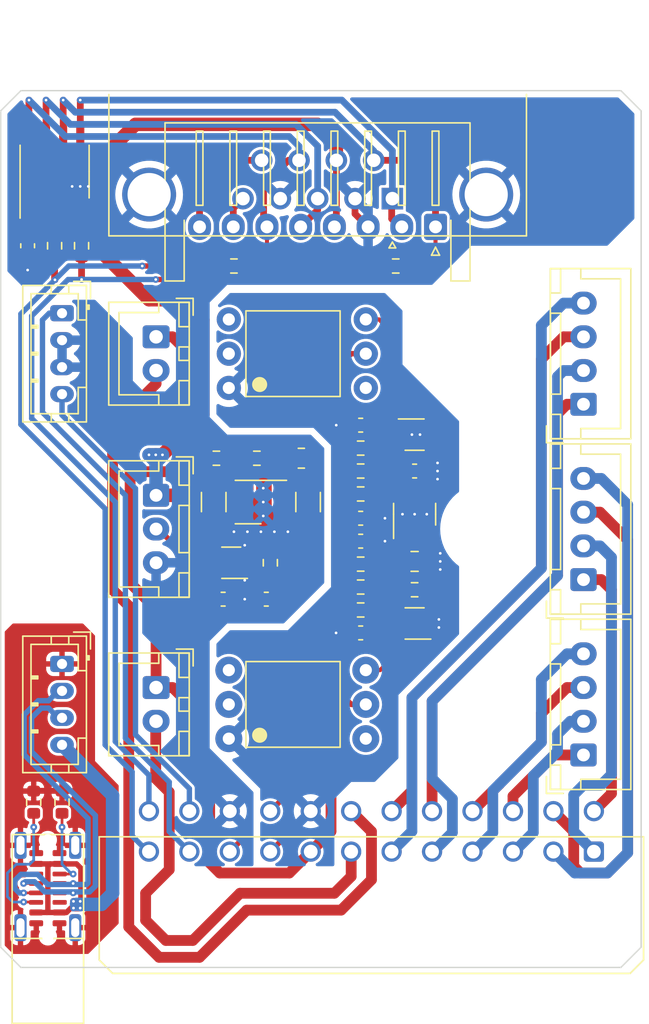
<source format=kicad_pcb>
(kicad_pcb (version 20211014) (generator pcbnew)
  (layers (0 "F.Cu" signal) (31 "B.Cu" signal) (34 "B.Paste" user) (35 "F.Paste" user) (36 "B.SilkS" user "B.Silkscreen") (37 "F.SilkS" user "F.Silkscreen") (38 "B.Mask" user) (39 "F.Mask" user) (44 "Edge.Cuts" user))
  (net 0 "")
  (net 1 "/ZM-A+")
  (net 2 "/ZM-A-")
  (net 3 "/RM-A+")
  (net 4 "/RM-A-")
  (net 5 "/LM-A+")
  (net 6 "/LM-A-")
  (net 7 "/VL")
  (net 8 "/VR")
  (net 9 "/RGBSIG")
  (net 10 "/ZM-B+")
  (net 11 "/ZM-B-")
  (net 12 "/RM-B+")
  (net 13 "/RM-B-")
  (net 14 "/LM-B+")
  (net 15 "/LM-B-")
  (net 16 "/ZESL")
  (net 17 "/ZESR")
  (net 18 "/PSL")
  (net 19 "/PSR")
  (net 20 "Net-(J9-PadA5)")
  (net 21 "Net-(J9-PadB5)")
  (net 24 "/USB+5V")
  (net 25 "/USBD+")
  (net 26 "/USBD-")
  (net 27 "/USBGND")
  (net 28 "Net-(C1-Pad1)")
  (net 29 "GNDA")
  (net 30 "Net-(C6-Pad1)")
  (net 31 "Net-(R1-Pad1)")
  (net 32 "Net-(C7-Pad1)")
  (net 34 "+5VD")
  (net 35 "/SIG")
  (net 36 "GND")
  (net 37 "+24V")
  (net 38 "/ENC-A")
  (net 39 "/ENC-B")
  (net 40 "Net-(R11-Pad1)")
  (net 41 "Net-(R12-Pad1)")
  (net 42 "Net-(C9-Pad1)")
  (net 44 "Net-(R13-Pad1)")
  (net 48 "/A-")
  (net 49 "/B-")
  (net 50 "/Z-")
  (net 51 "/A+")
  (net 52 "/B+")
  (net 53 "/Z+")
  (net 54 "Net-(R2-Pad1)")
  (net 55 "Net-(R15-Pad1)")
  (net 56 "Net-(R10-Pad2)")
  (footprint "Connector_JST:JST_PH_B4B-PH-K_1x04_P2.00mm_Vertical" (layer "F.Cu") (at 82.55 87 -90)
    (fp_text reference "J10" hide)
    (fp_text value "CAM" hide)
  )
  (footprint "Capacitor_SMD:C_1206_3216Metric" (layer "F.Cu") (at 93.8 75 -90)
    (fp_text reference "C10" hide)
    (fp_text value "22u/10V/X5R" hide)
  )
  (footprint "Connector_JST:JST_XH_B3B-XH-A_1x03_P2.50mm_Vertical" (layer "F.Cu") (at 89.525 74.5 -90)
    (fp_text reference "J5" hide)
    (fp_text value "RGB" hide)
  )
  (footprint "Resistor_SMD:R_0603_1608Metric" (layer "F.Cu") (at 94 71.75 180)
    (fp_text reference "R13" hide)
    (fp_text value "100K" hide)
  )
  (footprint "Resistor_SMD:R_0603_1608Metric" (layer "F.Cu") (at 97 71.75 180)
    (fp_text reference "R14" hide)
    (fp_text value "24K" hide)
  )
  (footprint "Package_LGA:Texas_SIL0010A_MicroSiP-10-1EP_3.8x3mm_P0.6mm_EP0.7x2.9mm_ThermalVias" (layer "F.Cu") (at 97.3 75 180)
    (fp_text reference "U5" hide)
    (fp_text value "LMZM23601" hide)
  )
  (footprint "Resistor_SMD:R_0603_1608Metric" (layer "F.Cu") (at 95.3 57.5 180)
    (fp_text reference "R7" hide)
    (fp_text value "10R" hide)
  )
  (footprint "Resistor_SMD:R_0603_1608Metric" (layer "F.Cu") (at 84 56 -90)
    (fp_text reference "R11" hide)
    (fp_text value "10R" hide)
  )
  (footprint "Package_TO_SOT_SMD:SOT-353_SC-70-5" (layer "F.Cu") (at 95.1 79.5 180)
    (fp_text reference "U4" hide)
    (fp_text value "74LVC1G17GW" hide)
  )
  (footprint "Project:MC-711" (layer "F.Cu") (at 81.5 103.5 -90)
    (fp_text reference "J9" hide)
    (fp_text value "USB_C_Receptacle_USB2.0" hide)
  )
  (footprint "Project:XGZP6857A" (layer "F.Cu") (at 100 90 180)
    (fp_text reference "U2" hide)
    (fp_text value "XGZP6857A100KPGPN" hide)
  )
  (footprint "Capacitor_SMD:C_0603_1608Metric" (layer "F.Cu") (at 104.7 69.3 180)
    (fp_text reference "C1" hide)
    (fp_text value "100n" hide)
  )
  (footprint "Package_TO_SOT_SMD:SOT-353_SC-70-5" (layer "F.Cu") (at 108.7 84 180)
    (fp_text reference "U8" hide)
    (fp_text value "TLV6001DCK" hide)
  )
  (footprint "Connector_JST:JST_PH_B4B-PH-K_1x04_P2.00mm_Vertical" (layer "F.Cu") (at 82.55 61 -90)
    (fp_text reference "J8" hide)
    (fp_text value "ZES" hide)
  )
  (footprint "Capacitor_SMD:C_0603_1608Metric" (layer "F.Cu") (at 94.5 82.2)
    (fp_text reference "C8" hide)
    (fp_text value "100n" hide)
  )
  (footprint "Resistor_SMD:R_0603_1608Metric" (layer "F.Cu") (at 104.7 72.7 180)
    (fp_text reference "R15" hide)
    (fp_text value "10R" hide)
  )
  (footprint "Project:MountingHole_3.2mm_M3" (layer "F.Cu") (at 82 77)
    (fp_text reference "H5" hide)
    (fp_text value "MountingHole" hide)
  )
  (footprint "Capacitor_SMD:C_0603_1608Metric" (layer "F.Cu") (at 104.7 84.7 180)
    (fp_text reference "C2" hide)
    (fp_text value "100n" hide)
  )
  (footprint "Connector_JST:JST_XH_B2B-XH-A_1x02_P2.50mm_Vertical" (layer "F.Cu") (at 89.525 88.75 -90)
    (fp_text reference "J7" hide)
    (fp_text value "VR" hide)
  )
  (footprint "Capacitor_SMD:C_0603_1608Metric" (layer "F.Cu") (at 80 56 90)
    (fp_text reference "C11" hide)
    (fp_text value "100n" hide)
  )
  (footprint "Connector_JST:JST_XH_S8B-XH-A-1_1x08_P2.50mm_Horizontal" (layer "F.Cu") (at 110.25 54.6 180)
    (fp_text reference "J12" hide)
    (fp_text value "Conn_01x08" hide)
  )
  (footprint "Resistor_SMD:R_0603_1608Metric" (layer "F.Cu") (at 104.7 74.4 180)
    (fp_text reference "R1" hide)
    (fp_text value "10R" hide)
  )
  (footprint "Connector_Dsub:DSUB-9_Male_Horizontal_P2.77x2.84mm_EdgePinOffset4.94mm_Housed_MountingHolesOffset7.48mm" (layer "F.Cu") (at 107.05 52.505331 180)
    (fp_text reference "J11" hide)
    (fp_text value "DB9_Male_MountingHoles" hide)
  )
  (footprint "Resistor_SMD:R_0603_1608Metric" (layer "F.Cu") (at 104.7 83)
    (fp_text reference "R10" hide)
    (fp_text value "5.1K" hide)
  )
  (footprint "Project:MountingHole_3.2mm_M3" (layer "F.Cu") (at 114 63)
    (fp_text reference "H3" hide)
    (fp_text value "MountingHole" hide)
  )
  (footprint "Connector_JST:JST_XH_B2B-XH-A_1x02_P2.50mm_Vertical" (layer "F.Cu") (at 89.525 62.75 -90)
    (fp_text reference "J6" hide)
    (fp_text value "VL" hide)
  )
  (footprint "Resistor_SMD:R_0603_1608Metric" (layer "F.Cu") (at 82 56 -90)
    (fp_text reference "R12" hide)
    (fp_text value "10R" hide)
  )
  (footprint "Resistor_SMD:R_0603_1608Metric" (layer "F.Cu") (at 80.45 97.25 -90)
    (fp_text reference "R4" hide)
    (fp_text value "5.1K" hide)
  )
  (footprint "Resistor_SMD:R_0603_1608Metric" (layer "F.Cu") (at 104.7 81.3 180)
    (fp_text reference "R16" hide)
    (fp_text value "10R" hide)
  )
  (footprint "Package_SO:SO-8_3.9x4.9mm_P1.27mm" (layer "F.Cu") (at 82 50.5 90)
    (fp_text reference "U6" hide)
    (fp_text value "UA9637" hide)
  )
  (footprint "Resistor_SMD:R_0805_2012Metric" (layer "F.Cu") (at 100.3 71.75)
    (fp_text reference "FB1" hide)
    (fp_text value "100R" hide)
  )
  (footprint "Capacitor_SMD:C_1206_3216Metric" (layer "F.Cu") (at 100.8 75 -90)
    (fp_text reference "C9" hide)
    (fp_text value "10u/50V/X5R" hide)
  )
  (footprint "Project:XGZP6857A" (layer "F.Cu") (at 100 64 180)
    (fp_text reference "U1" hide)
    (fp_text value "XGZP6857A100KPGPN" hide)
  )
  (footprint "Resistor_SMD:R_0603_1608Metric" (layer "F.Cu") (at 107.3 57.5 180)
    (fp_text reference "R8" hide)
    (fp_text value "10R" hide)
  )
  (footprint "Capacitor_SMD:C_0603_1608Metric" (layer "F.Cu") (at 108.7 72.7)
    (fp_text reference "C3" hide)
    (fp_text value "4.7u/16V" hide)
  )
  (footprint "Capacitor_SMD:C_0805_2012Metric" (layer "F.Cu") (at 108.7 79.4)
    (fp_text reference "C6" hide)
    (fp_text value "1uF/50V" hide)
  )
  (footprint "Capacitor_SMD:C_0603_1608Metric" (layer "F.Cu") (at 97.7 82.2 180)
    (fp_text reference "C7" hide)
    (fp_text value "1n" hide)
  )
  (footprint "Package_TO_SOT_SMD:SOT-23-5" (layer "F.Cu") (at 108.7 75.9 90)
    (fp_text reference "U3" hide)
    (fp_text value "MIC5233-5.0YM5-TR" hide)
  )
  (footprint "Resistor_SMD:R_0603_1608Metric" (layer "F.Cu") (at 104.7 71)
    (fp_text reference "R9" hide)
    (fp_text value "5.1K" hide)
  )
  (footprint "Project:MountingHole_3.2mm_M3" (layer "F.Cu") (at 114 91)
    (fp_text reference "H6" hide)
    (fp_text value "MountingHole" hide)
  )
  (footprint "Resistor_SMD:R_0603_1608Metric" (layer "F.Cu") (at 108.7 81.5)
    (fp_text reference "R3" hide)
    (fp_text value "10R" hide)
  )
  (footprint "Resistor_SMD:R_0603_1608Metric" (layer "F.Cu") (at 104.7 79.6 180)
    (fp_text reference "R2" hide)
    (fp_text value "10R" hide)
  )
  (footprint "Capacitor_SMD:C_0603_1608Metric" (layer "F.Cu") (at 104.7 77.9)
    (fp_text reference "C5" hide)
    (fp_text value "1n" hide)
  )
  (footprint "Capacitor_SMD:C_0603_1608Metric" (layer "F.Cu") (at 104.7 76.2)
    (fp_text reference "C4" hide)
    (fp_text value "1n" hide)
  )
  (footprint "Connector_Molex:Molex_Micro-Fit_3.0_43045-2400_2x12_P3.00mm_Horizontal" (layer "F.Cu") (at 121.995 100.915 180)
    (fp_text reference "J1" hide)
    (fp_text value "Conn_02x12_Top_Bottom" hide)
  )
  (footprint "Connector_JST:JST_XH_B4B-XH-A_1x04_P2.50mm_Vertical" (layer "F.Cu") (at 121.225 93.75 90)
    (fp_text reference "J4" hide)
    (fp_text value "RM" hide)
  )
  (footprint "Resistor_SMD:R_0603_1608Metric" (layer "F.Cu") (at 82.55 97.25 -90)
    (fp_text reference "R5" hide)
    (fp_text value "5.1K" hide)
  )
  (footprint "Resistor_SMD:R_0603_1608Metric" (layer "F.Cu") (at 98 79.5 90)
    (fp_text reference "R6" hide)
    (fp_text value "10R" hide)
  )
  (footprint "Package_TO_SOT_SMD:SOT-353_SC-70-5" (layer "F.Cu") (at 108.7 70)
    (fp_text reference "U7" hide)
    (fp_text value "TLV6001DCK" hide)
  )
  (footprint "Connector_JST:JST_XH_B4B-XH-A_1x04_P2.50mm_Vertical" (layer "F.Cu") (at 121.225 80.75 90)
    (fp_text reference "J2" hide)
    (fp_text value "ZM" hide)
  )
  (footprint "Connector_JST:JST_XH_B4B-XH-A_1x04_P2.50mm_Vertical" (layer "F.Cu") (at 121.225 67.75 90)
    (fp_text reference "J3" hide)
    (fp_text value "LM" hide)
  )
  (footprint "Project:MountingHole_3.2mm_M3" (layer "F.Cu") (at 114 77)
    (fp_text reference "H2" hide)
    (fp_text value "MountingHole" hide)
  )
  (gr_line (start 78 108) (end 78 46) (layer "Edge.Cuts") (width 0.1))
  (gr_line (start 78 46) (end 79.5 44.5) (layer "Edge.Cuts") (width 0.1))
  (gr_line (start 78 108) (end 79.5 109.5) (layer "Edge.Cuts") (width 0.1))
  (gr_line (start 79.5 44.5) (end 124 44.5) (layer "Edge.Cuts") (width 0.1))
  (gr_line (start 125.5 108) (end 124 109.5) (layer "Edge.Cuts") (width 0.1))
  (gr_line (start 125.5 108) (end 125.5 46) (layer "Edge.Cuts") (width 0.1))
  (gr_line (start 124 109.5) (end 79.5 109.5) (layer "Edge.Cuts") (width 0.1))
  (gr_line (start 124 44.5) (end 125.5 46) (layer "Edge.Cuts") (width 0.1))
  (segment (start 122.55 80.75) (end 121.225 80.75) (width 0.8) (layer "F.Cu") (net 1))
  (segment (start 121.995 97.915) (end 123.3 96.61) (width 0.8) (layer "F.Cu") (net 1))
  (segment (start 123.3 96.61) (end 123.3 81.5) (width 0.8) (layer "F.Cu") (net 1))
  (segment (start 123.3 81.5) (end 122.55 80.75) (width 0.8) (layer "F.Cu") (net 1))
  (segment (start 122.45 78.25) (end 123.3 79.1) (width 0.8) (layer "B.Cu") (net 2))
  (segment (start 123.3 79.1) (end 123.3 95.2) (width 0.8) (layer "B.Cu") (net 2))
  (segment (start 121.225 78.25) (end 122.45 78.25) (width 0.8) (layer "B.Cu") (net 2))
  (segment (start 120.5 96.7) (end 120.5 99.42) (width 0.8) (layer "B.Cu") (net 2))
  (segment (start 122.5 96) (end 121.2 96) (width 0.8) (layer "B.Cu") (net 2))
  (segment (start 121.995 100.915) (end 122.085 100.915) (width 0.8) (layer "B.Cu") (net 2))
  (segment (start 121.2 96) (end 120.5 96.7) (width 0.8) (layer "B.Cu") (net 2))
  (segment (start 120.5 99.42) (end 121.995 100.915) (width 0.8) (layer "B.Cu") (net 2))
  (segment (start 123.3 95.2) (end 122.5 96) (width 0.8) (layer "B.Cu") (net 2))
  (segment (start 121.225 93.75) (end 119.05 93.75) (width 0.8) (layer "F.Cu") (net 3))
  (segment (start 115.995 96.805) (end 115.995 97.915) (width 0.8) (layer "F.Cu") (net 3))
  (segment (start 119.05 93.75) (end 115.995 96.805) (width 0.8) (layer "F.Cu") (net 3))
  (segment (start 119.3 92.2) (end 119.3 93.5) (width 0.8) (layer "B.Cu") (net 4))
  (segment (start 119.3 93.5) (end 117.5 95.3) (width 0.8) (layer "B.Cu") (net 4))
  (segment (start 117.5 95.3) (end 117.5 99.5) (width 0.8) (layer "B.Cu") (net 4))
  (segment (start 117.5 99.5) (end 116.085 100.915) (width 0.8) (layer "B.Cu") (net 4))
  (segment (start 116.085 100.915) (end 115.995 100.915) (width 0.8) (layer "B.Cu") (net 4))
  (segment (start 121.225 91.25) (end 120.25 91.25) (width 0.8) (layer "B.Cu") (net 4))
  (segment (start 120.25 91.25) (end 119.3 92.2) (width 0.8) (layer "B.Cu") (net 4))
  (segment (start 109.995 89.755) (end 119.3 80.45) (width 0.8) (layer "F.Cu") (net 5))
  (segment (start 109.995 97.915) (end 109.995 89.755) (width 0.8) (layer "F.Cu") (net 5))
  (segment (start 109.995 97.915) (end 110.085 97.915) (width 0.8) (layer "F.Cu") (net 5))
  (segment (start 119.3 68.45) (end 120 67.75) (width 0.8) (layer "F.Cu") (net 5))
  (segment (start 120 67.75) (end 121.225 67.75) (width 0.8) (layer "F.Cu") (net 5))
  (segment (start 119.3 80.45) (end 119.3 68.45) (width 0.8) (layer "F.Cu") (net 5))
  (segment (start 111.5 97) (end 110 95.5) (width 0.8) (layer "B.Cu") (net 6))
  (segment (start 119.3 80.45) (end 119.3 65.7) (width 0.8) (layer "B.Cu") (net 6))
  (segment (start 119.75 65.25) (end 121.225 65.25) (width 0.8) (layer "B.Cu") (net 6))
  (segment (start 110.085 100.915) (end 111.5 99.5) (width 0.8) (layer "B.Cu") (net 6))
  (segment (start 109.995 100.915) (end 110.085 100.915) (width 0.8) (layer "B.Cu") (net 6))
  (segment (start 119.3 65.7) (end 119.75 65.25) (width 0.8) (layer "B.Cu") (net 6))
  (segment (start 110 89.75) (end 119.3 80.45) (width 0.8) (layer "B.Cu") (net 6))
  (segment (start 111.5 99.5) (end 111.5 97) (width 0.8) (layer "B.Cu") (net 6))
  (segment (start 110 95.5) (end 110 89.75) (width 0.8) (layer "B.Cu") (net 6))
  (segment (start 87.5 106.5) (end 87.5 82.7) (width 0.8) (layer "F.Cu") (net 7))
  (segment (start 89.75 108.75) (end 87.5 106.5) (width 0.8) (layer "F.Cu") (net 7))
  (segment (start 86.3 81.5) (end 86.3 69.45) (width 0.8) (layer "F.Cu") (net 7))
  (segment (start 103.995 97.915) (end 105.5 99.42) (width 0.8) (layer "F.Cu") (net 7))
  (segment (start 96.25 105.25) (end 92.75 108.75) (width 0.8) (layer "F.Cu") (net 7))
  (segment (start 86.3 69.45) (end 89.525 66.225) (width 0.8) (layer "F.Cu") (net 7))
  (segment (start 92.75 108.75) (end 89.75 108.75) (width 0.8) (layer "F.Cu") (net 7))
  (segment (start 103.25 105.25) (end 96.25 105.25) (width 0.8) (layer "F.Cu") (net 7))
  (segment (start 105.5 103) (end 103.25 105.25) (width 0.8) (layer "F.Cu") (net 7))
  (segment (start 87.5 82.7) (end 86.3 81.5) (width 0.8) (layer "F.Cu") (net 7))
  (segment (start 89.525 66.225) (end 89.525 65.25) (width 0.8) (layer "F.Cu") (net 7))
  (segment (start 105.5 99.42) (end 105.5 103) (width 0.8) (layer "F.Cu") (net 7))
  (segment (start 88.75 104) (end 90.5 102.25) (width 0.8) (layer "F.Cu") (net 8))
  (segment (start 103.995 100.915) (end 103.995 102.755) (width 0.8) (layer "F.Cu") (net 8))
  (segment (start 103.995 102.755) (end 102.75 104) (width 0.8) (layer "F.Cu") (net 8))
  (segment (start 89.5 91.275) (end 89.525 91.25) (width 0.8) (layer "F.Cu") (net 8))
  (segment (start 95.75 104) (end 92.25 107.5) (width 0.8) (layer "F.Cu") (net 8))
  (segment (start 88.75 106) (end 88.75 104) (width 0.8) (layer "F.Cu") (net 8))
  (segment (start 90.25 107.5) (end 88.75 106) (width 0.8) (layer "F.Cu") (net 8))
  (segment (start 89.5 95.5) (end 89.5 91.275) (width 0.8) (layer "F.Cu") (net 8))
  (segment (start 90.5 96.5) (end 89.5 95.5) (width 0.8) (layer "F.Cu") (net 8))
  (segment (start 90.5 102.25) (end 90.5 96.5) (width 0.8) (layer "F.Cu") (net 8))
  (segment (start 102.75 104) (end 95.75 104) (width 0.8) (layer "F.Cu") (net 8))
  (segment (start 92.25 107.5) (end 90.25 107.5) (width 0.8) (layer "F.Cu") (net 8))
  (segment (start 96.5 99.41) (end 96.5 97) (width 0.4) (layer "F.Cu") (net 9))
  (segment (start 100 82.4) (end 100 79.2) (width 0.4) (layer "F.Cu") (net 9))
  (segment (start 98.9 83.5) (end 100 82.4) (width 0.4) (layer "F.Cu") (net 9))
  (segment (start 93 84.75) (end 94.25 83.5) (width 0.4) (layer "F.Cu") (net 9))
  (segment (start 94.25 83.5) (end 98.9 83.5) (width 0.4) (layer "F.Cu") (net 9))
  (segment (start 99.475 78.675) (end 98 78.675) (width 0.4) (layer "F.Cu") (net 9))
  (segment (start 93 93.5) (end 93 84.75) (width 0.4) (layer "F.Cu") (net 9))
  (segment (start 96.6 79.5) (end 97.425 78.675) (width 0.3) (layer "F.Cu") (net 9))
  (segment (start 97.425 78.675) (end 98 78.675) (width 0.3) (layer "F.Cu") (net 9))
  (segment (start 96.5 97) (end 93 93.5) (width 0.4) (layer "F.Cu") (net 9))
  (segment (start 100 79.2) (end 99.475 78.675) (width 0.4) (layer "F.Cu") (net 9))
  (segment (start 96.05 79.5) (end 96.6 79.5) (width 0.3) (layer "F.Cu") (net 9))
  (segment (start 94.995 100.915) (end 96.5 99.41) (width 0.4) (layer "F.Cu") (net 9))
  (segment (start 123 102.5) (end 124.5 101) (width 0.8) (layer "F.Cu") (net 10))
  (segment (start 124.5 77.8) (end 122.45 75.75) (width 0.8) (layer "F.Cu") (net 10))
  (segment (start 118.995 97.915) (end 120.5 99.42) (width 0.8) (layer "F.Cu") (net 10))
  (segment (start 122.45 75.75) (end 121.225 75.75) (width 0.8) (layer "F.Cu") (net 10))
  (segment (start 121 102.5) (end 123 102.5) (width 0.8) (layer "F.Cu") (net 10))
  (segment (start 120.5 102) (end 121 102.5) (width 0.8) (layer "F.Cu") (net 10))
  (segment (start 118.995 97.915) (end 119.085 97.915) (width 0.8) (layer "F.Cu") (net 10))
  (segment (start 120.5 99.42) (end 120.5 102) (width 0.8) (layer "F.Cu") (net 10))
  (segment (start 124.5 101) (end 124.5 77.8) (width 0.8) (layer "F.Cu") (net 10))
  (segment (start 123 102.5) (end 124.5 101) (width 0.8) (layer "B.Cu") (net 11))
  (segment (start 118.995 100.915) (end 120.58 102.5) (width 0.8) (layer "B.Cu") (net 11))
  (segment (start 124.5 101) (end 124.5 75.2) (width 0.8) (layer "B.Cu") (net 11))
  (segment (start 118.995 100.915) (end 119.085 100.915) (width 0.8) (layer "B.Cu") (net 11))
  (segment (start 124.5 75.2) (end 122.55 73.25) (width 0.8) (layer "B.Cu") (net 11))
  (segment (start 120.58 102.5) (end 123 102.5) (width 0.8) (layer "B.Cu") (net 11))
  (segment (start 122.55 73.25) (end 121.225 73.25) (width 0.8) (layer "B.Cu") (net 11))
  (segment (start 115 95.91) (end 112.995 97.915) (width 0.8) (layer "F.Cu") (net 12))
  (segment (start 112.995 97.915) (end 113.085 97.915) (width 0.8) (layer "F.Cu") (net 12))
  (segment (start 120 88.75) (end 118.1 90.65) (width 0.8) (layer "F.Cu") (net 12))
  (segment (start 118.1 90.65) (end 118.1 92.8) (width 0.8) (layer "F.Cu") (net 12))
  (segment (start 121.225 88.75) (end 120 88.75) (width 0.8) (layer "F.Cu") (net 12))
  (segment (start 115 95.9) (end 115 95.91) (width 0.8) (layer "F.Cu") (net 12))
  (segment (start 118.1 92.8) (end 115 95.9) (width 0.8) (layer "F.Cu") (net 12))
  (segment (start 113.085 100.915) (end 112.995 100.915) (width 0.8) (layer "B.Cu") (net 13))
  (segment (start 114.5 96.4) (end 114.5 99.5) (width 0.8) (layer "B.Cu") (net 13))
  (segment (start 121.225 86.25) (end 120 86.25) (width 0.8) (layer "B.Cu") (net 13))
  (segment (start 118.1 92.8) (end 114.5 96.4) (width 0.8) (layer "B.Cu") (net 13))
  (segment (start 114.5 99.5) (end 113.085 100.915) (width 0.8) (layer "B.Cu") (net 13))
  (segment (start 118.1 88.15) (end 118.1 92.8) (width 0.8) (layer "B.Cu") (net 13))
  (segment (start 120 86.25) (end 118.1 88.15) (width 0.8) (layer "B.Cu") (net 13))
  (segment (start 118.1 79.9) (end 118.1 64.4) (width 0.8) (layer "F.Cu") (net 14))
  (segment (start 118.1 64.4) (end 119.75 62.75) (width 0.8) (layer "F.Cu") (net 14))
  (segment (start 119.75 62.75) (end 121.225 62.75) (width 0.8) (layer "F.Cu") (net 14))
  (segment (start 108.5 89.5) (end 118.1 79.9) (width 0.8) (layer "F.Cu") (net 14))
  (segment (start 106.995 97.915) (end 108.5 96.41) (width 0.8) (layer "F.Cu") (net 14))
  (segment (start 108.5 96.41) (end 108.5 89.5) (width 0.8) (layer "F.Cu") (net 14))
  (segment (start 118.1 79.9) (end 118.1 61.9) (width 0.8) (layer "B.Cu") (net 15))
  (segment (start 108.5 97.75) (end 108.5 99.41) (width 0.8) (layer "B.Cu") (net 15))
  (segment (start 108.5 99.41) (end 106.995 100.915) (width 0.8) (layer "B.Cu") (net 15))
  (segment (start 119.75 60.25) (end 121.225 60.25) (width 0.8) (layer "B.Cu") (net 15))
  (segment (start 108.5 89.5) (end 118.1 79.9) (width 0.8) (layer "B.Cu") (net 15))
  (segment (start 108.5 97.75) (end 108.5 89.5) (width 0.8) (layer "B.Cu") (net 15))
  (segment (start 108.5 96.4) (end 108.5 97.75) (width 0.8) (layer "B.Cu") (net 15))
  (segment (start 118.1 61.9) (end 119.75 60.25) (width 0.8) (layer "B.Cu") (net 15))
  (segment (start 81.6 61) (end 82.55 61) (width 0.4) (layer "B.Cu") (net 16))
  (segment (start 87.25 92.5) (end 87.25 74.5) (width 0.4) (layer "B.Cu") (net 16))
  (segment (start 90.5 95.75) (end 87.25 92.5) (width 0.4) (layer "B.Cu") (net 16))
  (segment (start 90.5 99.42) (end 90.5 95.75) (width 0.4) (layer "B.Cu") (net 16))
  (segment (start 81.1 61.5) (end 81.6 61) (width 0.4) (layer "B.Cu") (net 16))
  (segment (start 81.1 68.35) (end 81.1 61.5) (width 0.4) (layer "B.Cu") (net 16))
  (segment (start 87.25 74.5) (end 81.1 68.35) (width 0.4) (layer "B.Cu") (net 16))
  (segment (start 91.995 100.915) (end 90.5 99.42) (width 0.4) (layer "B.Cu") (net 16))
  (segment (start 91.995 96.245) (end 88 92.25) (width 0.4) (layer "B.Cu") (net 17))
  (segment (start 82.55 68.55) (end 82.55 67) (width 0.4) (layer "B.Cu") (net 17))
  (segment (start 88 92.25) (end 88 74) (width 0.4) (layer "B.Cu") (net 17))
  (segment (start 88 74) (end 82.55 68.55) (width 0.4) (layer "B.Cu") (net 17))
  (segment (start 91.995 97.915) (end 91.995 97.495) (width 0.5) (layer "B.Cu") (net 17))
  (segment (start 91.995 97.915) (end 91.995 96.245) (width 0.4) (layer "B.Cu") (net 17))
  (segment (start 102.9 76.5) (end 102.9 81.5) (width 0.4) (layer "F.Cu") (net 18))
  (segment (start 103.875 72.7) (end 103.875 76.15) (width 0.4) (layer "F.Cu") (net 18))
  (segment (start 98.7 85.7) (end 98.7 97.21) (width 0.4) (layer "F.Cu") (net 18))
  (segment (start 103.875 76.15) (end 103.925 76.2) (width 0.4) (layer "F.Cu") (net 18))
  (segment (start 102.9 81.5) (end 98.7 85.7) (width 0.4) (layer "F.Cu") (net 18))
  (segment (start 98.7 97.21) (end 97.995 97.915) (width 0.4) (layer "F.Cu") (net 18))
  (segment (start 103.2 76.2) (end 102.9 76.5) (width 0.4) (layer "F.Cu") (net 18))
  (segment (start 103.925 76.2) (end 103.2 76.2) (width 0.4) (layer "F.Cu") (net 18))
  (segment (start 103.4 82.1) (end 103.6875 82.1) (width 0.4) (layer "F.Cu") (net 19))
  (segment (start 99.5 86) (end 103.4 82.1) (width 0.4) (layer "F.Cu") (net 19))
  (segment (start 97.995 100.915) (end 99.5 99.41) (width 0.4) (layer "F.Cu") (net 19))
  (segment (start 103.875 81.9125) (end 103.875 78) (width 0.4) (layer "F.Cu") (net 19))
  (segment (start 103.6875 82.1) (end 103.875 81.9125) (width 0.4) (layer "F.Cu") (net 19))
  (segment (start 99.5 99.41) (end 99.5 86) (width 0.4) (layer "F.Cu") (net 19))
  (segment (start 82.375 102.575) (end 83.375 102.575) (width 0.2) (layer "F.Cu") (net 20))
  (segment (start 82.55 99.1) (end 82.55 98.1625) (width 0.2) (layer "F.Cu") (net 20))
  (via (at 83.375 102.575) (size 0.5) (drill 0.2) (layers "F.Cu" "B.Cu") (net 20))
  (via (at 82.55 99.1) (size 0.5) (drill 0.2) (layers "F.Cu" "B.Cu") (net 20))
  (segment (start 83.275 102.575) (end 83.375 102.575) (width 0.2) (layer "B.Cu") (net 20))
  (segment (start 82.55 99.1) (end 82.55 101.85) (width 0.2) (layer "B.Cu") (net 20))
  (segment (start 82.55 101.85) (end 83.275 102.575) (width 0.2) (layer "B.Cu") (net 20))
  (segment (start 80.625 104.675) (end 80.6 104.65) (width 0.2) (layer "F.Cu") (net 21))
  (segment (start 80.45 99.1) (end 80.45 98.1625) (width 0.2) (layer "F.Cu") (net 21))
  (segment (start 80.6 104.65) (end 79.7 104.65) (width 0.2) (layer "F.Cu") (net 21))
  (via (at 80.45 99.1) (size 0.5) (drill 0.2) (layers "F.Cu" "B.Cu") (net 21))
  (via (at 79.7 104.65) (size 0.5) (drill 0.2) (layers "F.Cu" "B.Cu") (net 21))
  (segment (start 80.15 101.85) (end 80.45 101.55) (width 0.2) (layer "B.Cu") (net 21))
  (segment (start 79.15 101.85) (end 80.15 101.85) (width 0.2) (layer "B.Cu") (net 21))
  (segment (start 78.9 104.65) (end 78.5 104.25) (width 0.2) (layer "B.Cu") (net 21))
  (segment (start 79.7 104.65) (end 78.9 104.65) (width 0.2) (layer "B.Cu") (net 21))
  (segment (start 80.45 101.55) (end 80.45 99.1) (width 0.2) (layer "B.Cu") (net 21))
  (segment (start 78.5 104.25) (end 78.5 102.5) (width 0.2) (layer "B.Cu") (net 21))
  (segment (start 78.5 102.5) (end 79.15 101.85) (width 0.2) (layer "B.Cu") (net 21))
  (segment (start 83.9 105.1) (end 83.4 105.1) (width 0.5) (layer "F.Cu") (net 24))
  (segment (start 82.375 105.425) (end 82.825 105.425) (width 0.4) (layer "F.Cu") (net 24))
  (segment (start 83.949511 104.550489) (end 83.9 104.6) (width 0.4) (layer "F.Cu") (net 24))
  (segment (start 83.4 104.6) (end 83.9 104.6) (width 0.5) (layer "F.Cu") (net 24))
  (segment (start 83.202862 105.1) (end 83.4 105.1) (width 0.4) (layer "F.Cu") (net 24))
  (segment (start 83.949511 102.149511) (end 83.949511 104.550489) (width 0.4) (layer "F.Cu") (net 24))
  (segment (start 81.675 101.825) (end 83.625 101.825) (width 0.4) (layer "F.Cu") (net 24))
  (segment (start 80.625 105.425) (end 81.425 105.425) (width 0.4) (layer "F.Cu") (net 24))
  (segment (start 81.675 101.825) (end 80.625 101.825) (width 0.4) (layer "F.Cu") (net 24))
  (segment (start 81.5 105.35) (end 81.425 105.425) (width 0.4) (layer "F.Cu") (net 24))
  (segment (start 81.5 102) (end 81.5 105.35) (width 0.4) (layer "F.Cu") (net 24))
  (segment (start 81.425 105.425) (end 82.375 105.425) (width 0.4) (layer "F.Cu") (net 24))
  (segment (start 83.625 101.825) (end 83.949511 102.149511) (width 0.4) (layer "F.Cu") (net 24))
  (segment (start 82.3625 105.425) (end 82.877862 105.425) (width 0.4) (layer "F.Cu") (net 24))
  (segment (start 82.877862 105.425) (end 83.202862 105.1) (width 0.4) (layer "F.Cu") (net 24))
  (segment (start 81.675 101.825) (end 81.5 102) (width 0.4) (layer "F.Cu") (net 24))
  (segment (start 83.4 104.6) (end 83.4 105.1) (width 0.5) (layer "F.Cu") (net 24))
  (segment (start 83.9 104.6) (end 83.9 105.1) (width 0.5) (layer "F.Cu") (net 24))
  (via (at 83.9 105.1) (size 0.5) (drill 0.2) (layers "F.Cu" "B.Cu") (net 24))
  (via (at 83.4 105.1) (size 0.5) (drill 0.2) (layers "F.Cu" "B.Cu") (net 24))
  (via (at 83.4 104.6) (size 0.5) (drill 0.2) (layers "F.Cu" "B.Cu") (net 24))
  (via (at 83.9 104.6) (size 0.5) (drill 0.2) (layers "F.Cu" "B.Cu") (net 24))
  (segment (start 85.475489 104.824511) (end 86.3 104) (width 1) (layer "B.Cu") (net 24))
  (segment (start 86.3 104) (end 86.3 96.75) (width 1) (layer "B.Cu") (net 24))
  (segment (start 83.624511 104.824511) (end 85.475489 104.824511) (width 1) (layer "B.Cu") (net 24))
  (segment (start 86.3 96.75) (end 82.55 93) (width 1) (layer "B.Cu") (net 24))
  (segment (start 82.375 103.275) (end 83.375 103.275) (width 0.2) (layer "F.Cu") (net 25))
  (segment (start 80.625 103.975) (end 79.7 103.975) (width 0.2) (layer "F.Cu") (net 25))
  (via (at 83.375 103.275) (size 0.5) (drill 0.2) (layers "F.Cu" "B.Cu") (net 25))
  (via (at 79.7 103.975) (size 0.5) (drill 0.2) (layers "F.Cu" "B.Cu") (net 25))
  (segment (start 83.375 103.275) (end 83.45 103.35) (width 0.4) (layer "B.Cu") (net 25))
  (segment (start 84.36109 103.35) (end 84.475 103.23609) (width 0.4) (layer "B.Cu") (net 25))
  (segment (start 84.475 98.46391) (end 79.739202 93.728112) (width 0.4) (layer "B.Cu") (net 25))
  (segment (start 81.48891 103.35) (end 80.73891 102.6) (width 0.4) (layer "B.Cu") (net 25))
  (segment (start 84.475 103.23609) (end 84.475 98.46391) (width 0.4) (layer "B.Cu") (net 25))
  (segment (start 83.3 103.35) (end 81.48891 103.35) (width 0.4) (layer "B.Cu") (net 25))
  (segment (start 80.78609 89.725) (end 81.55 89.725) (width 0.4) (layer "B.Cu") (net 25))
  (segment (start 79.05 103.05) (end 79.05 103.65) (width 0.4) (layer "B.Cu") (net 25))
  (segment (start 79.739202 90.771888) (end 80.78609 89.725) (width 0.4) (layer "B.Cu") (net 25))
  (segment (start 81.55 89.725) (end 82.275 89) (width 0.4) (layer "B.Cu") (net 25))
  (segment (start 79.7 103.975) (end 79.622873 103.975) (width 0.2) (layer "B.Cu") (net 25))
  (segment (start 83.45 103.35) (end 84.36109 103.35) (width 0.4) (layer "B.Cu") (net 25))
  (segment (start 80.73891 102.6) (end 79.5 102.6) (width 0.4) (layer "B.Cu") (net 25))
  (segment (start 79.5 102.6) (end 79.05 103.05) (width 0.4) (layer "B.Cu") (net 25))
  (segment (start 83.375 103.275) (end 83.3 103.35) (width 0.4) (layer "B.Cu") (net 25))
  (segment (start 79.05 103.65) (end 79.375 103.975) (width 0.4) (layer "B.Cu") (net 25))
  (segment (start 79.375 103.975) (end 79.7 103.975) (width 0.4) (layer "B.Cu") (net 25))
  (segment (start 82.275 89) (end 82.55 89) (width 0.4) (layer "B.Cu") (net 25))
  (segment (start 79.739202 93.728112) (end 79.739202 90.771888) (width 0.4) (layer "B.Cu") (net 25))
  (segment (start 82.375 103.975) (end 83.375 103.975) (width 0.2) (layer "F.Cu") (net 26))
  (segment (start 80.625 103.275) (end 79.7 103.275) (width 0.2) (layer "F.Cu") (net 26))
  (via (at 79.7 103.275) (size 0.5) (drill 0.2) (layers "F.Cu" "B.Cu") (net 26))
  (via (at 83.375 103.975) (size 0.5) (drill 0.2) (layers "F.Cu" "B.Cu") (net 26))
  (segment (start 83.45 103.9) (end 84.58891 103.9) (width 0.4) (layer "B.Cu") (net 26))
  (segment (start 83.375 103.975) (end 83.45 103.9) (width 0.4) (layer "B.Cu") (net 26))
  (segment (start 82.275 91) (end 82.55 91) (width 0.4) (layer "B.Cu") (net 26))
  (segment (start 80.506913 103.145823) (end 79.829177 103.145823) (width 0.4) (layer "B.Cu") (net 26))
  (segment (start 85.025 103.46391) (end 85.025 98.23609) (width 0.4) (layer "B.Cu") (net 26))
  (segment (start 85.025 98.23609) (end 80.289202 93.500292) (width 0.4) (layer "B.Cu") (net 26))
  (segment (start 84.58891 103.9) (end 85.025 103.46391) (width 0.4) (layer "B.Cu") (net 26))
  (segment (start 83.375 103.975) (end 83.3 103.9) (width 0.4) (layer "B.Cu") (net 26))
  (segment (start 79.829177 103.145823) (end 79.7 103.275) (width 0.4) (layer "B.Cu") (net 26))
  (segment (start 80.289202 93.500292) (end 80.289202 90.999708) (width 0.4) (layer "B.Cu") (net 26))
  (segment (start 83.3 103.9) (end 81.26109 103.9) (width 0.4) (layer "B.Cu") (net 26))
  (segment (start 80.289202 90.999708) (end 81.01391 90.275) (width 0.4) (layer "B.Cu") (net 26))
  (segment (start 81.55 90.275) (end 82.275 91) (width 0.4) (layer "B.Cu") (net 26))
  (segment (start 81.26109 103.9) (end 80.506913 103.145823) (width 0.4) (layer "B.Cu") (net 26))
  (segment (start 81.01391 90.275) (end 81.55 90.275) (width 0.4) (layer "B.Cu") (net 26))
  (segment (start 80.45 96.3375) (end 81.1625 96.3375) (width 0.3) (layer "F.Cu") (net 27))
  (segment (start 81.1625 96.3375) (end 81.3375 96.3375) (width 0.3) (layer "F.Cu") (net 27))
  (segment (start 81.3375 96.3375) (end 81.6625 96.3375) (width 0.3) (layer "F.Cu") (net 27))
  (segment (start 81.6625 96.3375) (end 82.55 96.3375) (width 0.3) (layer "F.Cu") (net 27))
  (segment (start 104.7 77.5) (end 104.7 75.1) (width 0.4) (layer "F.Cu") (net 28))
  (segment (start 105.08 64) (end 104 64) (width 0.4) (layer "F.Cu") (net 28))
  (segment (start 105.475 84.7) (end 104.7 84.7) (width 0.4) (layer "F.Cu") (net 28))
  (segment (start 109.65 69.35) (end 110.15 69.35) (width 0.3) (layer "F.Cu") (net 28))
  (segment (start 110.4 71.1) (end 109.8 71.7) (width 0.3) (layer "F.Cu") (net 28))
  (segment (start 107.925 71.875) (end 107.925 72.7) (width 0.3) (layer "F.Cu") (net 28))
  (segment (start 107.75 74.7625) (end 107.75 73.75) (width 0.4) (layer "F.Cu") (net 28))
  (segment (start 104 64) (end 103 65) (width 0.4) (layer "F.Cu") (net 28))
  (segment (start 106.3 75.3) (end 106.8375 74.7625) (width 0.4) (layer "F.Cu") (net 28))
  (segment (start 104.7 84.7) (end 104.7 85.3) (width 0.4) (layer "F.Cu") (net 28))
  (segment (start 104.7 69.4) (end 104.7 68.7) (width 0.4) (layer "F.Cu") (net 28))
  (segment (start 105.08 90) (end 104 90) (width 0.4) (layer "F.Cu") (net 28))
  (segment (start 106.8375 74.7625) (end 107.75 74.7625) (width 0.4) (layer "F.Cu") (net 28))
  (segment (start 104.7 68.7) (end 103 67) (width 0.4) (layer "F.Cu") (net 28))
  (segment (start 107.925 73.575) (end 107.925 72.4) (width 0.4) (layer "F.Cu") (net 28))
  (segment (start 107.75 73.75) (end 107.925 73.575) (width 0.4) (layer "F.Cu") (net 28))
  (segment (start 104.7 70) (end 104.7 69.4) (width 0.4) (layer "F.Cu") (net 28))
  (segment (start 103 65) (end 103 67) (width 0.4) (layer "F.Cu") (net 28))
  (segment (start 104.7 85.3) (end 103 87) (width 0.4) (layer "F.Cu") (net 28))
  (segment (start 110.15 69.35) (end 110.4 69.6) (width 0.3) (layer "F.Cu") (net 28))
  (segment (start 104.7 84) (end 104.7 84.7) (width 0.4) (layer "F.Cu") (net 28))
  (segment (start 105.525 84.65) (end 105.475 84.7) (width 0.3) (layer "F.Cu") (net 28))
  (segment (start 104.8 69.3) (end 104.7 69.4) (width 0.4) (layer "F.Cu") (net 28))
  (segment (start 104.7 75.1) (end 104.7 73.1) (width 0.4) (layer "F.Cu") (net 28))
  (segment (start 109.8 71.7) (end 108.1 71.7) (width 0.3) (layer "F.Cu") (net 28))
  (segment (start 103 89) (end 103 87) (width 0.4) (layer "F.Cu") (net 28))
  (segment (start 104.7 73.1) (end 104.7 70) (width 0.4) (layer "F.Cu") (net 28))
  (segment (start 110.4 69.6) (end 110.4 71.1) (width 0.3) (layer "F.Cu") (net 28))
  (segment (start 104.7 75.3) (end 106.3 75.3) (width 0.4) (layer "F.Cu") (net 28))
  (segment (start 104.7 73.1) (end 104.7 72.7) (width 0.4) (layer "F.Cu") (net 28))
  (segment (start 105.475 69.3) (end 104.8 69.3) (width 0.4) (layer "F.Cu") (net 28))
  (segment (start 107.85 84.65) (end 105.525 84.65) (width 0.3) (layer "F.Cu") (net 28))
  (segment (start 104.7 77.5) (end 104.7 84) (width 0.4) (layer "F.Cu") (net 28))
  (segment (start 108.1 71.7) (end 107.925 71.875) (width 0.3) (layer "F.Cu") (net 28))
  (segment (start 104 90) (end 103 89) (width 0.4) (layer "F.Cu") (net 28))
  (segment (start 108.5 70) (end 109.1 70) (width 0.3) (layer "F.Cu") (net 29))
  (segment (start 110.5 83.6) (end 110.5 84.2) (width 0.3) (layer "F.Cu") (net 29))
  (segment (start 103.9 84.7) (end 102.875 84.7) (width 0.4) (layer "F.Cu") (net 29))
  (segment (start 103.875 71) (end 103.875 69.35) (width 0.4) (layer "F.Cu") (net 29))
  (segment (start 103.875 69.35) (end 103.925 69.3) (width 0.4) (layer "F.Cu") (net 29))
  (segment (start 109.65 84) (end 110.5 84) (width 0.3) (layer "F.Cu") (net 29))
  (segment (start 110.6 78.8) (end 110.6 80) (width 0.4) (layer "F.Cu") (net 29))
  (segment (start 109.65 79.4) (end 110.6 79.4) (width 0.4) (layer "F.Cu") (net 29))
  (segment (start 110.5 84) (end 110.5 83.6) (width 0.3) (layer "F.Cu") (net 29))
  (segment (start 103.9125 69.3) (end 102.8875 69.3) (width 0.4) (layer "F.Cu") (net 29))
  (segment (start 107.8 75.9) (end 108.7 75.9) (width 0.4) (layer "F.Cu") (net 29))
  (segment (start 105.475 76.2) (end 106.5 76.2) (width 0.4) (layer "F.Cu") (net 29))
  (segment (start 103.875 83) (end 103.875 84.65) (width 0.4) (layer "F.Cu") (net 29))
  (segment (start 105.475 77.9) (end 106.5 77.9) (width 0.4) (layer "F.Cu") (net 29))
  (segment (start 108.7 77.0375) (end 108.7 75.9) (width 0.4) (layer "F.Cu") (net 29))
  (segment (start 108.7 75.9) (end 109.6 75.9) (width 0.4) (layer "F.Cu") (net 29))
  (segment (start 110.5 84.2) (end 110.5 84.4) (width 0.3) (layer "F.Cu") (net 29))
  (segment (start 109.45 72.7) (end 110.4 72.7) (width 0.4) (layer "F.Cu") (net 29))
  (segment (start 110.4 72.1) (end 110.4 73.3) (width 0.4) (layer "F.Cu") (net 29))
  (segment (start 107.75 70) (end 108.5 70) (width 0.3) (layer "F.Cu") (net 29))
  (segment (start 103.875 84.65) (end 103.925 84.7) (width 0.4) (layer "F.Cu") (net 29))
  (via (at 110.6 80) (size 0.5) (drill 0.2) (layers "F.Cu" "B.Cu") (net 29))
  (via (at 110.4 72.7) (size 0.5) (drill 0.2) (layers "F.Cu" "B.Cu") (net 29))
  (via (at 102.875 84.7) (size 0.5) (drill 0.2) (layers "F.Cu" "B.Cu") (net 29))
  (via (at 108.7 75.9) (size 0.5) (drill 0.2) (layers "F.Cu" "B.Cu") (net 29))
  (via (at 109.1 70) (size 0.5) (drill 0.2) (layers "F.Cu" "B.Cu") (net 29))
  (via (at 107.8 75.9) (size 0.5) (drill 0.2) (layers "F.Cu" "B.Cu") (net 29))
  (via (at 102.8875 69.3) (size 0.5) (drill 0.2) (layers "F.Cu" "B.Cu") (net 29))
  (via (at 106.5 76.2) (size 0.5) (drill 0.2) (layers "F.Cu" "B.Cu") (net 29))
  (via (at 109.6 75.9) (size 0.5) (drill 0.2) (layers "F.Cu" "B.Cu") (net 29))
  (via (at 110.6 79.4) (size 0.5) (drill 0.2) (layers "F.Cu" "B.Cu") (net 29))
  (via (at 110.5 84.3) (size 0.5) (drill 0.2) (layers "F.Cu" "B.Cu") (net 29))
  (via (at 106.5 77.9) (size 0.5) (drill 0.2) (layers "F.Cu" "B.Cu") (net 29))
  (via (at 110.5 83.7) (size 0.5) (drill 0.2) (layers "F.Cu" "B.Cu") (net 29))
  (via (at 110.4 73.3) (size 0.5) (drill 0.2) (layers "F.Cu" "B.Cu") (net 29))
  (via (at 110.4 72.1) (size 0.5) (drill 0.2) (layers "F.Cu" "B.Cu") (net 29))
  (via (at 110.6 78.8) (size 0.5) (drill 0.2) (layers "F.Cu" "B.Cu") (net 29))
  (via (at 108.5 70) (size 0.5) (drill 0.2) (layers "F.Cu" "B.Cu") (net 29))
  (segment (start 107.875 80.675) (end 107.75 80.55) (width 0.3) (layer "F.Cu") (net 30))
  (segment (start 107.875 81.5) (end 107.875 80.675) (width 0.3) (layer "F.Cu") (net 30))
  (segment (start 109.65 77.0375) (end 109.65 77.95) (width 0.4) (layer "F.Cu") (net 30))
  (segment (start 107.75 77.95) (end 107.75 77.0375) (width 0.4) (layer "F.Cu") (net 30))
  (segment (start 108 78.2) (end 107.75 77.95) (width 0.4) (layer "F.Cu") (net 30))
  (segment (start 109.4 78.2) (end 108 78.2) (width 0.4) (layer "F.Cu") (net 30))
  (segment (start 107.75 80.55) (end 107.75 79.4) (width 0.3) (layer "F.Cu") (net 30))
  (segment (start 109.65 77.95) (end 109.4 78.2) (width 0.4) (layer "F.Cu") (net 30))
  (segment (start 107.75 77.95) (end 107.75 79.4) (width 0.4) (layer "F.Cu") (net 30))
  (segment (start 106.1 74.4) (end 105.525 74.4) (width 0.3) (layer "F.Cu") (net 31))
  (segment (start 106.5 74) (end 106.5 71.4) (width 0.3) (layer "F.Cu") (net 31))
  (segment (start 107.25 70.65) (end 106.8 71.1) (width 0.3) (layer "F.Cu") (net 31))
  (segment (start 106.5 71.4) (end 106.8 71.1) (width 0.3) (layer "F.Cu") (net 31))
  (segment (start 107.75 70.65) (end 107.25 70.65) (width 0.3) (layer "F.Cu") (net 31))
  (segment (start 106.5 74) (end 106.1 74.4) (width 0.3) (layer "F.Cu") (net 31))
  (segment (start 109.65 70.65) (end 107.75 70.65) (width 0.3) (layer "F.Cu") (net 31))
  (segment (start 98 81.1) (end 98 80.325) (width 0.3) (layer "F.Cu") (net 32))
  (segment (start 98.475 82.2) (end 98.475 81.575) (width 0.3) (layer "F.Cu") (net 32))
  (segment (start 98.475 81.575) (end 98 81.1) (width 0.3) (layer "F.Cu") (net 32))
  (segment (start 80 54.5) (end 80.1 54.4) (width 0.5) (layer "F.Cu") (net 34))
  (segment (start 95.775 73.8) (end 95.1 73.8) (width 0.4) (layer "F.Cu") (net 34))
  (segment (start 102.895 49.665331) (end 102.895 54.455) (width 0.5) (layer "F.Cu") (net 34))
  (segment (start 94.15 80.85) (end 93.725 81.275) (width 0.4) (layer "F.Cu") (net 34))
  (segment (start 80.095 53.075) (end 80.095 51.605) (width 0.5) (layer "F.Cu") (net 34))
  (segment (start 94.6 78) (end 95.1 78.5) (width 0.4) (layer "F.Cu") (net 34))
  (segment (start 95.1 79.7) (end 94.65 80.15) (width 0.4) (layer "F.Cu") (net 34))
  (segment (start 95.1 73.8) (end 94.8 73.5) (width 0.4) (layer "F.Cu") (net 34))
  (segment (start 91 74.5) (end 89.525 74.5) (width 1) (layer "F.Cu") (net 34))
  (segment (start 93.8 73.525) (end 91.975 73.525) (width 1) (layer "F.Cu") (net 34))
  (segment (start 95.1 78.5) (end 95.1 79.7) (width 0.4) (layer "F.Cu") (net 34))
  (segment (start 93.825 72.925) (end 93.825 73.5) (width 0.3) (layer "F.Cu") (net 34))
  (segment (start 85.7 51.3) (end 85.7 50.3) (width 1) (layer "F.Cu") (net 34))
  (segment (start 91.975 73.525) (end 91 74.5) (width 1) (layer "F.Cu") (net 34))
  (segment (start 91.8 73.8) (end 91.8 77.3) (width 0.4) (layer "F.Cu") (net 34))
  (segment (start 91.5 60) (end 89 60) (width 1) (layer "F.Cu") (net 34))
  (segment (start 89 60) (end 85.7 56.7) (width 1) (layer "F.Cu") (net 34))
  (segment (start 102.895 48.395) (end 102.895 49.665331) (width 1) (layer "F.Cu") (net 34))
  (segment (start 101.5 47) (end 102.895 48.395) (width 1) (layer "F.Cu") (net 34))
  (segment (start 89 71.5) (end 89.5 71.5) (width 1) (layer "F.Cu") (net 34))
  (segment (start 94.65 80.15) (end 94.15 80.15) (width 0.4) (layer "F.Cu") (net 34))
  (segment (start 88 47) (end 101.5 47) (width 1) (layer "F.Cu") (net 34))
  (segment (start 89.5 71.5) (end 90 71.5) (width 1) (layer "F.Cu") (net 34))
  (segment (start 91.8 77.3) (end 92.5 78) (width 0.4) (layer "F.Cu") (net 34))
  (segment (start 85.6 50.2) (end 85.7 50.3) (width 0.5) (layer "F.Cu") (net 34))
  (segment (start 85.7 56.7) (end 85.7 51.3) (width 1) (layer "F.Cu") (net 34))
  (segment (start 94.15 80.15) (end 94.15 80.85) (width 0.4) (layer "F.Cu") (net 34))
  (segment (start 93.825 73.5) (end 93.8 73.525) (width 0.3) (layer "F.Cu") (net 34))
  (segment (start 80.1 54.4) (end 80.1 53.08) (width 0.5) (layer "F.Cu") (net 34))
  (segment (start 93 61.5) (end 91.5 60) (width 1) (layer "F.Cu") (net 34))
  (segment (start 85.7 50.3) (end 85.7 49.3) (width 1) (layer "F.Cu") (net 34))
  (segment (start 80.1 53.08) (end 80.095 53.075) (width 0.5) (layer "F.Cu") (net 34))
  (segment (start 93.175 71.75) (end 93.175 72.275) (width 0.3) (layer "F.Cu") (net 34))
  (segment (start 80 55.225) (end 80 54.5) (width 0.5) (layer "F.Cu") (net 34))
  (segment (start 81.5 50.2) (end 85.6 50.2) (width 0.5) (layer "F.Cu") (net 34))
  (segment (start 102.895 54.455) (end 102.75 54.6) (width 0.5) (layer "F.Cu") (net 34))
  (segment (start 94.8 73.5) (end 93.825 73.5) (width 0.4) (layer "F.Cu") (net 34))
  (segment (start 80.095 51.605) (end 81.5 50.2) (width 0.5) (layer "F.Cu") (net 34))
  (segment (start 90 71.5) (end 93 68.5) (width 1) (layer "F.Cu") (net 34))
  (segment (start 93 68.5) (end 93 61.5) (width 1) (layer "F.Cu") (net 34))
  (segment (start 93.175 72.275) (end 93.825 72.925) (width 0.3) (layer "F.Cu") (net 34))
  (segment (start 85.7 49.3) (end 88 47) (width 1) (layer "F.Cu") (net 34))
  (segment (start 93.725 81.275) (end 93.725 82.2) (width 0.4) (layer "F.Cu") (net 34))
  (segment (start 92.5 78) (end 94.6 78) (width 0.4) (layer "F.Cu") (net 34))
  (via (at 89 71.5) (size 0.5) (drill 0.2) (layers "F.Cu" "B.Cu") (net 34))
  (via (at 89.5 71.5) (size 0.5) (drill 0.2) (layers "F.Cu" "B.Cu") (net 34))
  (via (at 90 71.5) (size 0.5) (drill 0.2) (layers "F.Cu" "B.Cu") (net 34))
  (segment (start 89.5 71.5) (end 90 71.5) (width 1) (layer "B.Cu") (net 34))
  (segment (start 89.525 72.025) (end 89 71.5) (width 1) (layer "B.Cu") (net 34))
  (segment (start 89.525 74.5) (end 89.525 72.025) (width 1) (layer "B.Cu") (net 34))
  (segment (start 90 71.55) (end 89.525 72.025) (width 1) (layer "B.Cu") (net 34))
  (segment (start 90 71.5) (end 90 71.55) (width 1) (layer "B.Cu") (net 34))
  (segment (start 89 71.5) (end 89.5 71.5) (width 1) (layer "B.Cu") (net 34))
  (segment (start 91.55 78.85) (end 94.15 78.85) (width 0.4) (layer "F.Cu") (net 35))
  (segment (start 89.525 77) (end 89.7 77) (width 0.4) (layer "F.Cu") (net 35))
  (segment (start 89.7 77) (end 91.55 78.85) (width 0.4) (layer "F.Cu") (net 35))
  (segment (start 96.05 78.85) (end 96.05 78.25) (width 0.4) (layer "F.Cu") (net 36))
  (segment (start 104.28 53.63) (end 104.28 52.505331) (width 0.5) (layer "F.Cu") (net 36))
  (segment (start 97.475 73.025) (end 97.475 73.97) (width 0.3) (layer "F.Cu") (net 36))
  (segment (start 105.25 54.6) (end 104.28 53.63) (width 0.5) (layer "F.Cu") (net 36))
  (segment (start 96.05 78.25) (end 96.1 78.2) (width 0.4) (layer "F.Cu") (net 36))
  (segment (start 96.05 80.15) (end 96.05 80.75) (width 0.4) (layer "F.Cu") (net 36))
  (segment (start 83.9 51.6) (end 83.905 51.605) (width 0.5) (layer "F.Cu") (net 36))
  (segment (start 83.3 51.6) (end 84.5 51.6) (width 0.5) (layer "F.Cu") (net 36))
  (segment (start 80 56.775) (end 80 57.8) (width 0.5) (layer "F.Cu") (net 36))
  (segment (start 96.05 80.75) (end 96.1 80.8) (width 0.4) (layer "F.Cu") (net 36))
  (segment (start 96.925 82.2) (end 95.275 82.2) (width 0.4) (layer "F.Cu") (net 36))
  (segment (start 83.9 51.6) (end 83.3 51.6) (width 0.5) (layer "F.Cu") (net 36))
  (segment (start 83.905 51.605) (end 83.905 53.075) (width 0.5) (layer "F.Cu") (net 36))
  (segment (start 97.825 72.675) (end 97.5 73) (width 0.3) (layer "F.Cu") (net 36))
  (segment (start 97.825 71.75) (end 97.825 72.675) (width 0.3) (layer "F.Cu") (net 36))
  (via (at 83.9 51.6) (size 0.5) (drill 0.2) (layers "F.Cu" "B.Cu") (net 36))
  (via (at 96.1 80.8) (size 0.5) (drill 0.2) (layers "F.Cu" "B.Cu") (net 36))
  (via (at 97.3 77.2) (size 0.5) (drill 0.2) (layers "F.Cu" "B.Cu") (net 36))
  (via (at 80 57.8) (size 0.5) (drill 0.2) (layers "F.Cu" "B.Cu") (net 36))
  (via (at 84.5 51.6) (size 0.5) (drill 0.2) (layers "F.Cu" "B.Cu") (net 36))
  (via (at 96.1 78.2) (size 0.5) (drill 0.2) (layers "F.Cu" "B.Cu") (net 36))
  (via (at 96.1 82.2) (size 0.5) (drill 0.2) (layers "F.Cu" "B.Cu") (net 36))
  (via (at 83.3 51.6) (size 0.5) (drill 0.2) (layers "F.Cu" "B.Cu") (net 36))
  (via (at 98.3 77.2) (size 0.5) (drill 0.2) (layers "F.Cu" "B.Cu") (net 36))
  (via (at 95.3 77.2) (size 0.5) (drill 0.2) (layers "F.Cu" "B.Cu") (net 36))
  (via (at 96.3 77.2) (size 0.5) (drill 0.2) (layers "F.Cu" "B.Cu") (net 36))
  (via (at 99.3 77.2) (size 0.5) (drill 0.2) (layers "F.Cu" "B.Cu") (net 36))
  (segment (start 105.25 54.6) (end 105.25 53.475331) (width 0.5) (layer "B.Cu") (net 36))
  (segment (start 105.25 53.475331) (end 104.28 52.505331) (width 0.5) (layer "B.Cu") (net 36))
  (segment (start 107 89) (end 111.4 84.6) (width 0.8) (layer "F.Cu") (net 37))
  (segment (start 102.5 96.5) (end 103.8 95.2) (width 0.8) (layer "F.Cu") (net 37))
  (segment (start 93.5 96) (end 91.5 94) (width 0.8) (layer "F.Cu") (net 37))
  (segment (start 111.4 84.6) (end 111.4 82.4) (width 0.8) (layer "F.Cu") (net 37))
  (segment (start 100.995 100.915) (end 102.5 99.41) (width 0.8) (layer "F.Cu") (net 37))
  (segment (start 91.5 66.25) (end 91.5 63.5) (width 0.8) (layer "F.Cu") (net 37))
  (segment (start 90.75 88.75) (end 89.525 88.75) (width 0.8) (layer "F.Cu") (net 37))
  (segment (start 91.5 63.5) (end 90.75 62.75) (width 0.8) (layer "F.Cu") (net 37))
  (segment (start 110.5 81.5) (end 109.6125 81.5) (width 0.8) (layer "F.Cu") (net 37))
  (segment (start 99.3875 70.8875) (end 99.3875 71.75) (width 0.8) (layer "F.Cu") (net 37))
  (segment (start 87.6 72.75) (end 90.45 72.75) (width 0.8) (layer "F.Cu") (net 37))
  (segment (start 87.6 81) (end 87.6 72.75) (width 0.8) (layer "F.Cu") (net 37))
  (segment (start 93.5 101.75) (end 93.5 96) (width 0.8) (layer "F.Cu") (net 37))
  (segment (start 92.7 70.5) (end 99 70.5) (width 0.8) (layer "F.Cu") (net 37))
  (segment (start 87.6 72.75) (end 87.6 70.15) (width 0.8) (layer "F.Cu") (net 37))
  (segment (start 94.25 102.5) (end 93.5 101.75) (width 0.8) (layer "F.Cu") (net 37))
  (segment (start 99.41 102.5) (end 94.25 102.5) (width 0.8) (layer "F.Cu") (net 37))
  (segment (start 91.5 94) (end 91.5 89.5) (width 0.8) (layer "F.Cu") (net 37))
  (segment (start 103.8 95.2) (end 105.6 95.2) (width 0.8) (layer "F.Cu") (net 37))
  (segment (start 90.45 72.75) (end 92.7 70.5) (width 0.8) (layer "F.Cu") (net 37))
  (segment (start 87.6 81) (end 89.525 82.925) (width 0.8) (layer "F.Cu") (net 37))
  (segment (start 111.4 82.4) (end 110.5 81.5) (width 0.8) (layer "F.Cu") (net 37))
  (segment (start 91.5 89.5) (end 90.75 88.75) (width 0.8) (layer "F.Cu") (net 37))
  (segment (start 89.525 82.925) (end 89.525 88.75) (width 0.8) (layer "F.Cu") (net 37))
  (segment (start 105.6 95.2) (end 107 93.8) (width 0.8) (layer "F.Cu") (net 37))
  (segment (start 102.5 99.41) (end 102.5 96.5) (width 0.8) (layer "F.Cu") (net 37))
  (segment (start 90.75 62.75) (end 89.525 62.75) (width 0.8) (layer "F.Cu") (net 37))
  (segment (start 99 70.5) (end 99.3875 70.8875) (width 0.8) (layer "F.Cu") (net 37))
  (segment (start 100.995 100.915) (end 99.41 102.5) (width 0.8) (layer "F.Cu") (net 37))
  (segment (start 87.6 70.15) (end 91.5 66.25) (width 0.8) (layer "F.Cu") (net 37))
  (segment (start 107 93.8) (end 107 89) (width 0.8) (layer "F.Cu") (net 37))
  (segment (start 84 56.9125) (end 84 58.5) (width 0.5) (layer "F.Cu") (net 38))
  (segment (start 89.5 58.5) (end 97.2 58.5) (width 0.4) (layer "F.Cu") (net 38))
  (segment (start 98.2 57.5) (end 106.475 57.5) (width 0.4) (layer "F.Cu") (net 38))
  (segment (start 97.2 58.5) (end 98.2 57.5) (width 0.4) (layer "F.Cu") (net 38))
  (via (at 89.5 58.5) (size 0.5) (drill 0.2) (layers "F.Cu" "B.Cu") (net 38))
  (via (at 84 58.5) (size 0.5) (drill 0.2) (layers "F.Cu" "B.Cu") (net 38))
  (segment (start 84 58.5) (end 89.5 58.5) (width 0.4) (layer "B.Cu") (net 38))
  (segment (start 86.5 92.75) (end 86.5 75) (width 0.4) (layer "B.Cu") (net 38))
  (segment (start 83 58.5) (end 84 58.5) (width 0.4) (layer "B.Cu") (net 38))
  (segment (start 88.995 95.245) (end 86.5 92.75) (width 0.4) (layer "B.Cu") (net 38))
  (segment (start 86.5 75) (end 80.3 68.8) (width 0.4) (layer "B.Cu") (net 38))
  (segment (start 80.3 61.2) (end 83 58.5) (width 0.4) (layer "B.Cu") (net 38))
  (segment (start 80.3 68.8) (end 80.3 61.2) (width 0.4) (layer "B.Cu") (net 38))
  (segment (start 88.995 97.915) (end 88.995 95.245) (width 0.4) (layer "B.Cu") (net 38))
  (segment (start 82 56.9125) (end 82 58.5) (width 0.5) (layer "F.Cu") (net 39))
  (segment (start 94.475 57.5) (end 88.5 57.5) (width 0.4) (layer "F.Cu") (net 39))
  (segment (start 82 58.5) (end 82.025 58.525) (width 0.5) (layer "F.Cu") (net 39))
  (via (at 82.025 58.525) (size 0.5) (drill 0.2) (layers "F.Cu" "B.Cu") (net 39))
  (via (at 88.5 57.5) (size 0.5) (drill 0.2) (layers "F.Cu" "B.Cu") (net 39))
  (segment (start 85.75 93) (end 85.75 75.5) (width 0.4) (layer "B.Cu") (net 39))
  (segment (start 88.915 100.915) (end 87.75 99.75) (width 0.4) (layer "B.Cu") (net 39))
  (segment (start 79.5 69.25) (end 79.5 61.05) (width 0.4) (layer "B.Cu") (net 39))
  (segment (start 87.75 99.75) (end 87.75 95) (width 0.4) (layer "B.Cu") (net 39))
  (segment (start 87.75 95) (end 85.75 93) (width 0.4) (layer "B.Cu") (net 39))
  (segment (start 85.75 75.5) (end 79.5 69.25) (width 0.4) (layer "B.Cu") (net 39))
  (segment (start 88.995 100.915) (end 88.915 100.915) (width 0.4) (layer "B.Cu") (net 39))
  (segment (start 83.05 57.5) (end 88.5 57.5) (width 0.4) (layer "B.Cu") (net 39))
  (segment (start 82.025 58.525) (end 83.05 57.5) (width 0.4) (layer "B.Cu") (net 39))
  (segment (start 79.5 61.05) (end 82.025 58.525) (width 0.4) (layer "B.Cu") (net 39))
  (segment (start 82.635 53.835) (end 83.8875 55.0875) (width 0.5) (layer "F.Cu") (net 40))
  (segment (start 82.635 53.075) (end 82.635 53.835) (width 0.5) (layer "F.Cu") (net 40))
  (segment (start 83.8875 55.0875) (end 84 55.0875) (width 0.5) (layer "F.Cu") (net 40))
  (segment (start 82 54.5) (end 82 55.0875) (width 0.5) (layer "F.Cu") (net 41))
  (segment (start 81.365 53.865) (end 82 54.5) (width 0.5) (layer "F.Cu") (net 41))
  (segment (start 81.365 53.075) (end 81.365 53.865) (width 0.5) (layer "F.Cu") (net 41))
  (segment (start 101.2125 71.75) (end 101.2125 73.1125) (width 0.8) (layer "F.Cu") (net 42))
  (segment (start 101.0875 73.2375) (end 100.8 73.525) (width 0.4) (layer "F.Cu") (net 42))
  (segment (start 101.2125 73.1125) (end 100.8 73.525) (width 0.5) (layer "F.Cu") (net 42))
  (segment (start 96.6 73.1) (end 96.6 74.075) (width 0.3) (layer "F.Cu") (net 44))
  (segment (start 94.825 71.75) (end 96.175 71.75) (width 0.3) (layer "F.Cu") (net 44))
  (segment (start 96.175 71.75) (end 96.175 72.675) (width 0.3) (layer "F.Cu") (net 44))
  (segment (start 96.6 74.075) (end 96.275 74.4) (width 0.3) (layer "F.Cu") (net 44))
  (segment (start 96.275 74.4) (end 95.775 74.4) (width 0.3) (layer "F.Cu") (net 44))
  (segment (start 96.175 72.675) (end 96.6 73.1) (width 0.3) (layer "F.Cu") (net 44))
  (segment (start 107 54) (end 107 52.555331) (width 0.5) (layer "F.Cu") (net 48))
  (segment (start 107 52.555331) (end 107.05 52.505331) (width 0.5) (layer "F.Cu") (net 48))
  (segment (start 83.905 45.205) (end 83.9 45.2) (width 0.5) (layer "F.Cu") (net 48))
  (segment (start 83.905 47.925) (end 83.905 45.205) (width 0.5) (layer "F.Cu") (net 48))
  (segment (start 107.75 54.6) (end 107.6 54.6) (width 0.5) (layer "F.Cu") (net 48))
  (segment (start 107.6 54.6) (end 107 54) (width 0.5) (layer "F.Cu") (net 48))
  (via (at 83.9 45.2) (size 0.5) (drill 0.2) (layers "F.Cu" "B.Cu") (net 48))
  (segment (start 107.05 48.95) (end 107.05 52.505331) (width 0.5) (layer "B.Cu") (net 48))
  (segment (start 103.3 45.2) (end 107.05 48.95) (width 0.5) (layer "B.Cu") (net 48))
  (segment (start 83.9 45.2) (end 103.3 45.2) (width 0.5) (layer "B.Cu") (net 48))
  (segment (start 101.51 53.34) (end 100.25 54.6) (width 0.5) (layer "F.Cu") (net 49))
  (segment (start 81.365 47.925) (end 81.365 45.2) (width 0.5) (layer "F.Cu") (net 49))
  (segment (start 101.51 52.505331) (end 101.51 53.34) (width 0.5) (layer "F.Cu") (net 49))
  (via (at 81.365 45.2) (size 0.5) (drill 0.2) (layers "F.Cu" "B.Cu") (net 49))
  (segment (start 81.365 45.2) (end 83.165 47) (width 0.5) (layer "B.Cu") (net 49))
  (segment (start 101.51 48.61) (end 101.51 52.505331) (width 0.5) (layer "B.Cu") (net 49))
  (segment (start 99.9 47) (end 101.51 48.61) (width 0.5) (layer "B.Cu") (net 49))
  (segment (start 83.165 47) (end 99.9 47) (width 0.5) (layer "B.Cu") (net 49))
  (segment (start 95.25 53.225331) (end 95.97 52.505331) (width 0.5) (layer "F.Cu") (net 50))
  (segment (start 95.25 54.6) (end 95.25 53.225331) (width 0.5) (layer "F.Cu") (net 50))
  (segment (start 109.1 57.5) (end 110.25 56.35) (width 0.3) (layer "F.Cu") (net 51))
  (segment (start 110.25 54.6) (end 110.25 51.75) (width 0.5) (layer "F.Cu") (net 51))
  (segment (start 110.25 51.75) (end 108.165331 49.665331) (width 0.5) (layer "F.Cu") (net 51))
  (segment (start 110.25 56.35) (end 110.25 54.6) (width 0.3) (layer "F.Cu") (net 51))
  (segment (start 108.165331 49.665331) (end 105.665 49.665331) (width 0.5) (layer "F.Cu") (net 51))
  (segment (start 109.1 57.5) (end 108.125 57.5) (width 0.3) (layer "F.Cu") (net 51))
  (segment (start 82.635 47.925) (end 82.635 45.2) (width 0.5) (layer "F.Cu") (net 51))
  (via (at 82.635 45.2) (size 0.5) (drill 0.2) (layers "F.Cu" "B.Cu") (net 51))
  (segment (start 102.8 46.1) (end 83.535 46.1) (width 0.5) (layer "B.Cu") (net 51))
  (segment (start 105.665 48.965) (end 102.8 46.1) (width 0.5) (layer "B.Cu") (net 51))
  (segment (start 105.665 49.665331) (end 105.665 48.965) (width 0.5) (layer "B.Cu") (net 51))
  (segment (start 83.535 46.1) (end 82.635 45.2) (width 0.5) (layer "B.Cu") (net 51))
  (segment (start 96.125 57.5) (end 96.9 57.5) (width 0.3) (layer "F.Cu") (net 52))
  (segment (start 97.75 56.65) (end 97.75 54.6) (width 0.3) (layer "F.Cu") (net 52))
  (segment (start 80.095 45.205) (end 80.095 47.925) (width 0.5) (layer "F.Cu") (net 52))
  (segment (start 80.1 45.2) (end 80.095 45.205) (width 0.5) (layer "F.Cu") (net 52))
  (segment (start 97.5 51.5) (end 97.5 54.35) (width 0.5) (layer "F.Cu") (net 52))
  (segment (start 99.334669 49.665331) (end 97.5 51.5) (width 0.5) (layer "F.Cu") (net 52))
  (segment (start 97.5 54.35) (end 97.75 54.6) (width 0.5) (layer "F.Cu") (net 52))
  (segment (start 100.125 49.665331) (end 99.334669 49.665331) (width 0.5) (layer "F.Cu") (net 52))
  (segment (start 96.9 57.5) (end 97.75 56.65) (width 0.3) (layer "F.Cu") (net 52))
  (via (at 80.1 45.2) (size 0.5) (drill 0.2) (layers "F.Cu" "B.Cu") (net 52))
  (segment (start 80.1 45.2) (end 82.8 47.9) (width 0.5) (layer "B.Cu") (net 52))
  (segment (start 82.8 47.9) (end 99.4 47.9) (width 0.5) (layer "B.Cu") (net 52))
  (segment (start 99.4 47.9) (end 100.125 48.625) (width 0.5) (layer "B.Cu") (net 52))
  (segment (start 100.125 48.625) (end 100.125 49.665331) (width 0.5) (layer "B.Cu") (net 52))
  (segment (start 92.75 54.6) (end 92.75 52.75) (width 0.5) (layer "F.Cu") (net 53))
  (segment (start 95.834669 49.665331) (end 97.355 49.665331) (width 0.5) (layer "F.Cu") (net 53))
  (segment (start 92.75 52.75) (end 95.834669 49.665331) (width 0.5) (layer "F.Cu") (net 53))
  (segment (start 106.85 83.05) (end 107.15 83.35) (width 0.3) (layer "F.Cu") (net 54))
  (segment (start 105.525 79.6) (end 106.2 79.6) (width 0.3) (layer "F.Cu") (net 54))
  (segment (start 109.65 83.35) (end 107.75 83.35) (width 0.3) (layer "F.Cu") (net 54))
  (segment (start 107.15 83.35) (end 107.75 83.35) (width 0.3) (layer "F.Cu") (net 54))
  (segment (start 106.5 79.9) (end 106.5 82.7) (width 0.3) (layer "F.Cu") (net 54))
  (segment (start 106.5 82.7) (end 106.85 83.05) (width 0.3) (layer "F.Cu") (net 54))
  (segment (start 106.2 79.6) (end 106.5 79.9) (width 0.3) (layer "F.Cu") (net 54))
  (segment (start 107.75 69.35) (end 107.15 69.35) (width 0.3) (layer "F.Cu") (net 55))
  (segment (start 106.1 71) (end 106.8 70.3) (width 0.3) (layer "F.Cu") (net 55))
  (segment (start 106.8 69.7) (end 106.8 62.2) (width 0.3) (layer "F.Cu") (net 55))
  (segment (start 106.8 62.2) (end 106.06 61.46) (width 0.3) (layer "F.Cu") (net 55))
  (segment (start 106.8 70.3) (end 106.8 69.7) (width 0.3) (layer "F.Cu") (net 55))
  (segment (start 107.15 69.35) (end 106.8 69.7) (width 0.3) (layer "F.Cu") (net 55))
  (segment (start 105.525 71) (end 106.1 71) (width 0.3) (layer "F.Cu") (net 55))
  (segment (start 106.06 61.46) (end 105.08 61.46) (width 0.3) (layer "F.Cu") (net 55))
  (segment (start 105.525 71) (end 105.525 72.7) (width 0.3) (layer "F.Cu") (net 55))
  (segment (start 106.14 87.46) (end 105.08 87.46) (width 0.3) (layer "F.Cu") (net 56))
  (segment (start 106.1 83) (end 107.1 84) (width 0.3) (layer "F.Cu") (net 56))
  (segment (start 108.95 84.65) (end 109.65 84.65) (width 0.3) (layer "F.Cu") (net 56))
  (segment (start 108.3 84) (end 107.1 84) (width 0.3) (layer "F.Cu") (net 56))
  (segment (start 109.05 84.65) (end 108.95 84.65) (width 0.3) (layer "F.Cu") (net 56))
  (segment (start 108.95 84.65) (end 106.14 87.46) (width 0.3) (layer "F.Cu") (net 56))
  (segment (start 105.525 83) (end 106.1 83) (width 0.3) (layer "F.Cu") (net 56))
  (segment (start 108.3 84) (end 108.95 84.65) (width 0.3) (layer "F.Cu") (net 56))
  (segment (start 105.525 81.3) (end 105.525 83) (width 0.3) (layer "F.Cu") (net 56))
  (zone (net 36) (net_name "GND") (layer "F.Cu") (connect_pads yes (clearance 0.2)) (min_thickness 0.254) (fill yes (thermal_gap 0.4) (thermal_bridge_width 0.4))
    (polygon (pts (xy 98.1 73.1) (xy 98.1 75.4) (xy 99.5 75.4) (xy 100 75.9) (xy 101.7 75.9) (xy 101.7 77) (xy 101.1 77.6) (xy 93.5 77.6) (xy 92.9 77) (xy 92.9 75.9) (xy 94.6 75.9) (xy 95.3 76.6) (xy 96.5 76.6) (xy 96.5 73.1)))
  )
  (zone (net 42) (net_name "Net-(C9-Pad1)") (layer "F.Cu") (connect_pads yes (clearance 0.2)) (min_thickness 0.254) (fill yes (thermal_gap 0.4) (thermal_bridge_width 0.4))
    (polygon (pts (xy 101.7 74.1) (xy 100.6 75.2) (xy 98.4 75.2) (xy 98.4 74.2) (xy 99.3 74.2) (xy 99.9 73.6) (xy 99.9 72.9) (xy 101.7 72.9)))
  )
  (zone (net 0) (net_name "") (layers F&B.Cu) (connect_pads (clearance 0)) (min_thickness 0.254)
    (keepout (tracks not_allowed) (vias not_allowed) (pads allowed) (copperpour not_allowed) (footprints allowed))
    (fill (thermal_gap 0.508) (thermal_bridge_width 0.508))
    (polygon (pts (xy 117.404994 77) (xy 117.385078 76.632263) (xy 117.325563 76.268827) (xy 117.227146 75.913945) (xy 117.090977 75.571768) (xy 116.91865 75.246298) (xy 116.71218 74.941344) (xy 116.473982 74.660471) (xy 116.206844 74.406967) (xy 115.913891 74.183796) (xy 115.598548 73.993569) (xy 115.264505 73.838511) (xy 114.91567 73.720437) (xy 114.556124 73.640728) (xy 114.190072 73.600315) (xy 113.821796 73.599672) (xy 113.455606 73.638807) (xy 113.095783 73.717261) (xy 112.746538 73.834117) (xy 112.411956 73.988007) (xy 112.095952 74.177132) (xy 111.80222 74.399279) (xy 111.534199 74.65185) (xy 111.295023 74.931889) (xy 111.08749 75.236121) (xy 110.914027 75.560987) (xy 110.776665 75.902687) (xy 110.677009 76.257224) (xy 110.616226 76.620449) (xy 110.595027 76.988114) (xy 110.613659 77.355919) (xy 110.671905 77.71956) (xy 110.769083 78.074783) (xy 110.904057 78.417434) (xy 111.075247 78.743503) (xy 111.280651 79.049177) (xy 111.517866 79.330879) (xy 111.784118 79.585314) (xy 112.076291 79.809507) (xy 112.390967 80.000833) (xy 112.724467 80.157055) (xy 113.072887 80.276346) (xy 113.432153 80.357311) (xy 113.798062 80.399001) (xy 114.166333 80.400929) (xy 114.532658 80.363073) (xy 114.892753 80.285875) (xy 115.242403 80.170239) (xy 115.57752 80.017518) (xy 115.894183 79.829497) (xy 116.188688 79.608377) (xy 116.457589 79.356743) (xy 116.697741 79.077541) (xy 116.906335 78.774035) (xy 117.080931 78.449776) (xy 117.219485 78.108558) (xy 117.320378 77.754371) (xy 117.382428 77.39136) (xy 117.404911 77.023771)))
  )
  (zone (net 27) (net_name "/USBGND") (layer "F.Cu") (connect_pads (clearance 0.2)) (min_thickness 0.2) (fill yes (thermal_gap 0.3) (thermal_bridge_width 0.4))
    (polygon (pts (xy 78.9 84) (xy 84.1 84) (xy 85 84.9) (xy 85 94.2) (xy 86.75 96) (xy 86.75 106.25) (xy 84.5 108.5) (xy 78 108.5) (xy 78 95.5) (xy 78 84.9)))
  )
  (zone (net 36) (net_name "GND") (layer "B.Cu") (connect_pads thru_hole_only (clearance 0.2)) (min_thickness 0.254) (fill yes (thermal_gap 0.508) (thermal_bridge_width 0.7))
    (polygon (pts (xy 102 81) (xy 99 84) (xy 94.8 84) (xy 93.5 85.3) (xy 93.5 93.25) (xy 96.75 96.5) (xy 96.75 102) (xy 88 102) (xy 88 95.25) (xy 91 92.25) (xy 91 87.25) (xy 88.5 84.75) (xy 88.5 75.5) (xy 81.5 68.5) (xy 81.5 60) (xy 85 60) (xy 87.8 62.8) (xy 87.8 66) (xy 88.6 66.8) (xy 90.2 66.8) (xy 91 66) (xy 91 61.5) (xy 88.5 59) (xy 79.6 59) (xy 78.5 57.9) (xy 78.5 46.2) (xy 79.7 45) (xy 123.8 45) (xy 125 46.2) (xy 125 54) (xy 123 56) (xy 112.9 56) (xy 110 58.9) (xy 94.8 58.9) (xy 93.5 60.2) (xy 93.5 68.7) (xy 94.8 70) (xy 101 70) (xy 102 71)))
  )
  (zone (net 29) (net_name "GNDA") (layer "B.Cu") (connect_pads (clearance 0.2)) (min_thickness 0.254) (fill yes (thermal_gap 0.508) (thermal_bridge_width 0.7))
    (polygon (pts (xy 107.8 60.8) (xy 107.8 64.8) (xy 112 69) (xy 112 84.8) (xy 107.5 89.3) (xy 107.5 94) (xy 105.75 95.75) (xy 104 95.75) (xy 102.75 97) (xy 102.75 102) (xy 97.25 102) (xy 97.25 96.25) (xy 94 93) (xy 94 85.5) (xy 95 84.5) (xy 99.3 84.5) (xy 102.5 81.3) (xy 102.5 70.8) (xy 101.2 69.5) (xy 95 69.5) (xy 94 68.5) (xy 94 60.5) (xy 95 59.5) (xy 106.5 59.5)))
  )
)
</source>
